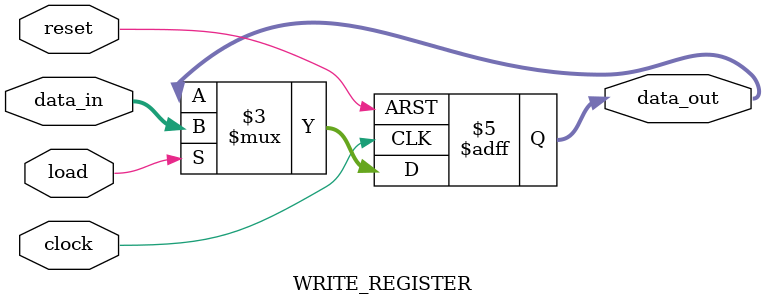
<source format=v>
module WRITE_REGISTER(data_out, data_in, load, clock, reset);
  
  parameter word_size = 32;
  
  output reg [word_size-1:0] data_out;
  
  input [word_size-1:0] data_in;
  input load, clock, reset;
  
  always @ (posedge clock or negedge reset)
    if (reset == 0) data_out <= 0;
    else if (load) data_out <= data_in;
      
endmodule

</source>
